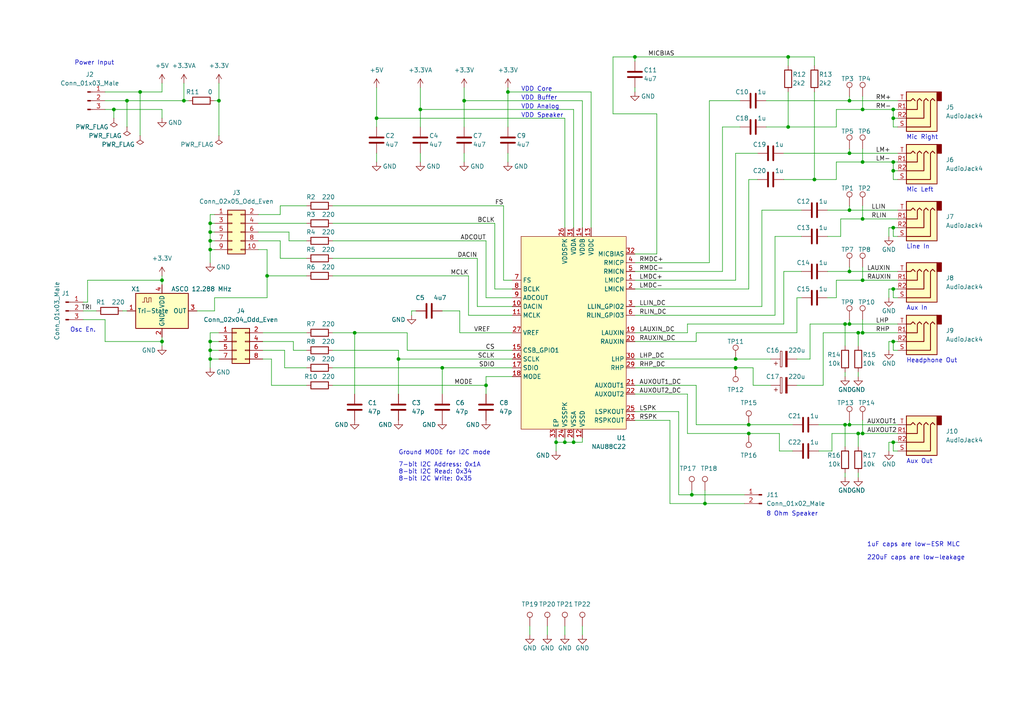
<source format=kicad_sch>
(kicad_sch (version 20211123) (generator eeschema)
  (paper "A4")
  (title_block (title "Codec Test NAU88C22 ") (date "${date}") (rev "${version}") (company "github.com/neotron-compute/codec-test-nau88c22") (comment 1 "Licensed as CC-BY-SA") (comment 2 "Copyright (c) The Neotron Developers, 2023"))
  (junction (at 250.19 31.75))
  (junction (at 77.47 80.01))
  (junction (at 213.36 106.68))
  (junction (at 246.38 78.74))
  (junction (at 250.19 63.5))
  (junction (at 245.11 123.19))
  (junction (at 259.08 46.99))
  (junction (at 60.96 101.6))
  (junction (at 246.38 29.21))
  (junction (at 250.19 46.99))
  (junction (at 245.11 93.98))
  (junction (at 60.96 64.77))
  (junction (at 128.27 106.68))
  (junction (at 204.47 146.05))
  (junction (at 36.83 29.21))
  (junction (at 102.87 96.52))
  (junction (at 259.08 83.82))
  (junction (at 246.38 44.45))
  (junction (at 246.38 123.19))
  (junction (at 213.36 104.14))
  (junction (at 248.92 96.52))
  (junction (at 46.99 99.06))
  (junction (at 246.38 93.98))
  (junction (at 140.97 111.76))
  (junction (at 246.38 60.96))
  (junction (at 121.92 31.75))
  (junction (at 60.96 72.39))
  (junction (at 250.19 96.52))
  (junction (at 109.22 34.29))
  (junction (at 53.34 29.21))
  (junction (at 259.08 66.04))
  (junction (at 184.15 16.51))
  (junction (at 147.32 26.67))
  (junction (at 259.08 34.29))
  (junction (at 163.83 128.27))
  (junction (at 60.96 69.85))
  (junction (at 40.64 26.67))
  (junction (at 200.66 143.51))
  (junction (at 60.96 67.31))
  (junction (at 60.96 99.06))
  (junction (at 248.92 125.73))
  (junction (at 60.96 104.14))
  (junction (at 259.08 128.27))
  (junction (at 63.5 29.21))
  (junction (at 161.29 128.27))
  (junction (at 259.08 49.53))
  (junction (at 33.02 31.75))
  (junction (at 166.37 128.27))
  (junction (at 134.62 29.21))
  (junction (at 217.17 123.19))
  (junction (at 236.22 52.07))
  (junction (at 259.08 99.06))
  (junction (at 228.6 36.83))
  (junction (at 250.19 125.73))
  (junction (at 250.19 81.28))
  (junction (at 259.08 31.75))
  (junction (at 217.17 125.73))
  (junction (at 228.6 16.51))
  (junction (at 46.99 81.28))
  (junction (at 115.57 104.14))
  (wire (pts (xy 74.93 72.39) (xy 77.47 72.39)))
  (wire (pts (xy 184.15 83.82) (xy 217.17 83.82)))
  (wire (pts (xy 248.92 96.52) (xy 248.92 100.33)))
  (wire (pts (xy 24.13 90.17) (xy 27.94 90.17)))
  (wire (pts (xy 246.38 60.96) (xy 260.35 60.96)))
  (wire (pts (xy 243.84 63.5) (xy 250.19 63.5)))
  (wire (pts (xy 184.15 99.06) (xy 201.93 99.06)))
  (wire (pts (xy 46.99 99.06) (xy 46.99 100.33)))
  (wire (pts (xy 177.8 16.51) (xy 184.15 16.51)))
  (wire (pts (xy 135.89 80.01) (xy 96.52 80.01)))
  (wire (pts (xy 82.55 106.68) (xy 88.9 106.68)))
  (wire (pts (xy 115.57 104.14) (xy 115.57 114.3)))
  (wire (pts (xy 248.92 138.43) (xy 248.92 137.16)))
  (wire (pts (xy 217.17 125.73) (xy 226.06 125.73)))
  (wire (pts (xy 223.52 111.76) (xy 218.44 111.76)))
  (wire (pts (xy 138.43 88.9) (xy 148.59 88.9)))
  (wire (pts (xy 184.15 73.66) (xy 190.5 73.66)))
  (wire (pts (xy 201.93 96.52) (xy 231.14 96.52)))
  (wire (pts (xy 250.19 43.18) (xy 250.19 46.99)))
  (wire (pts (xy 148.59 101.6) (xy 118.11 101.6)))
  (wire (pts (xy 242.57 81.28) (xy 250.19 81.28)))
  (wire (pts (xy 115.57 101.6) (xy 115.57 104.14)))
  (wire (pts (xy 128.27 90.17) (xy 133.35 90.17)))
  (wire (pts (xy 201.93 99.06) (xy 201.93 96.52)))
  (wire (pts (xy 46.99 81.28) (xy 46.99 82.55)))
  (wire (pts (xy 163.83 128.27) (xy 166.37 128.27)))
  (wire (pts (xy 166.37 128.27) (xy 166.37 127)))
  (wire (pts (xy 109.22 34.29) (xy 163.83 34.29)))
  (wire (pts (xy 227.33 52.07) (xy 236.22 52.07)))
  (wire (pts (xy 213.36 104.14) (xy 223.52 104.14)))
  (wire (pts (xy 246.38 29.21) (xy 260.35 29.21)))
  (wire (pts (xy 60.96 72.39) (xy 60.96 76.2)))
  (wire (pts (xy 83.82 67.31) (xy 83.82 69.85)))
  (wire (pts (xy 184.15 16.51) (xy 228.6 16.51)))
  (wire (pts (xy 248.92 125.73) (xy 248.92 129.54)))
  (wire (pts (xy 260.35 83.82) (xy 259.08 83.82)))
  (wire (pts (xy 148.59 81.28) (xy 146.05 81.28)))
  (wire (pts (xy 33.02 31.75) (xy 33.02 34.29)))
  (wire (pts (xy 248.92 96.52) (xy 250.19 96.52)))
  (wire (pts (xy 60.96 104.14) (xy 60.96 106.68)))
  (wire (pts (xy 121.92 31.75) (xy 166.37 31.75)))
  (wire (pts (xy 242.57 46.99) (xy 250.19 46.99)))
  (wire (pts (xy 259.08 83.82) (xy 259.08 86.36)))
  (wire (pts (xy 96.52 64.77) (xy 143.51 64.77)))
  (wire (pts (xy 217.17 123.19) (xy 229.87 123.19)))
  (wire (pts (xy 118.11 101.6) (xy 118.11 96.52)))
  (wire (pts (xy 226.06 130.81) (xy 229.87 130.81)))
  (wire (pts (xy 259.08 31.75) (xy 260.35 31.75)))
  (wire (pts (xy 36.83 29.21) (xy 53.34 29.21)))
  (wire (pts (xy 62.23 90.17) (xy 62.23 86.36)))
  (wire (pts (xy 74.93 69.85) (xy 81.28 69.85)))
  (wire (pts (xy 241.3 130.81) (xy 241.3 125.73)))
  (wire (pts (xy 260.35 68.58) (xy 259.08 68.58)))
  (wire (pts (xy 217.17 52.07) (xy 217.17 83.82)))
  (wire (pts (xy 201.93 111.76) (xy 201.93 123.19)))
  (wire (pts (xy 63.5 99.06) (xy 60.96 99.06)))
  (wire (pts (xy 245.11 123.19) (xy 246.38 123.19)))
  (wire (pts (xy 246.38 59.69) (xy 246.38 60.96)))
  (wire (pts (xy 231.14 86.36) (xy 232.41 86.36)))
  (wire (pts (xy 33.02 31.75) (xy 46.99 31.75)))
  (wire (pts (xy 128.27 106.68) (xy 128.27 114.3)))
  (wire (pts (xy 260.35 101.6) (xy 259.08 101.6)))
  (wire (pts (xy 231.14 104.14) (xy 234.95 104.14)))
  (wire (pts (xy 184.15 25.4) (xy 184.15 26.67)))
  (wire (pts (xy 133.35 96.52) (xy 148.59 96.52)))
  (wire (pts (xy 227.33 78.74) (xy 232.41 78.74)))
  (wire (pts (xy 62.23 29.21) (xy 63.5 29.21)))
  (wire (pts (xy 228.6 16.51) (xy 236.22 16.51)))
  (wire (pts (xy 184.15 119.38) (xy 196.85 119.38)))
  (wire (pts (xy 215.9 146.05) (xy 204.47 146.05)))
  (wire (pts (xy 60.96 69.85) (xy 62.23 69.85)))
  (wire (pts (xy 257.81 99.06) (xy 257.81 101.6)))
  (wire (pts (xy 228.6 16.51) (xy 228.6 19.05)))
  (wire (pts (xy 240.03 68.58) (xy 243.84 68.58)))
  (wire (pts (xy 259.08 128.27) (xy 257.81 128.27)))
  (wire (pts (xy 257.81 66.04) (xy 257.81 68.58)))
  (wire (pts (xy 40.64 26.67) (xy 40.64 39.37)))
  (wire (pts (xy 161.29 128.27) (xy 161.29 130.81)))
  (wire (pts (xy 184.15 114.3) (xy 199.39 114.3)))
  (wire (pts (xy 115.57 104.14) (xy 148.59 104.14)))
  (wire (pts (xy 205.74 29.21) (xy 205.74 76.2)))
  (wire (pts (xy 76.2 101.6) (xy 82.55 101.6)))
  (wire (pts (xy 184.15 76.2) (xy 205.74 76.2)))
  (wire (pts (xy 201.93 123.19) (xy 217.17 123.19)))
  (wire (pts (xy 222.25 36.83) (xy 228.6 36.83)))
  (wire (pts (xy 184.15 91.44) (xy 224.79 91.44)))
  (wire (pts (xy 96.52 101.6) (xy 115.57 101.6)))
  (wire (pts (xy 260.35 49.53) (xy 259.08 49.53)))
  (wire (pts (xy 78.74 111.76) (xy 88.9 111.76)))
  (wire (pts (xy 24.13 92.71) (xy 30.48 92.71)))
  (wire (pts (xy 128.27 106.68) (xy 148.59 106.68)))
  (wire (pts (xy 138.43 74.93) (xy 138.43 88.9)))
  (wire (pts (xy 62.23 86.36) (xy 77.47 86.36)))
  (wire (pts (xy 245.11 137.16) (xy 245.11 138.43)))
  (wire (pts (xy 30.48 99.06) (xy 46.99 99.06)))
  (wire (pts (xy 236.22 16.51) (xy 236.22 19.05)))
  (wire (pts (xy 57.15 90.17) (xy 62.23 90.17)))
  (wire (pts (xy 245.11 93.98) (xy 246.38 93.98)))
  (wire (pts (xy 134.62 29.21) (xy 168.91 29.21)))
  (wire (pts (xy 102.87 96.52) (xy 102.87 114.3)))
  (wire (pts (xy 184.15 121.92) (xy 194.31 121.92)))
  (wire (pts (xy 250.19 96.52) (xy 260.35 96.52)))
  (wire (pts (xy 228.6 26.67) (xy 228.6 36.83)))
  (wire (pts (xy 246.38 27.94) (xy 246.38 29.21)))
  (wire (pts (xy 199.39 96.52) (xy 199.39 93.98)))
  (wire (pts (xy 184.15 81.28) (xy 213.36 81.28)))
  (wire (pts (xy 25.4 81.28) (xy 25.4 87.63)))
  (wire (pts (xy 82.55 101.6) (xy 82.55 106.68)))
  (wire (pts (xy 260.35 36.83) (xy 259.08 36.83)))
  (wire (pts (xy 36.83 29.21) (xy 36.83 36.83)))
  (wire (pts (xy 60.96 101.6) (xy 60.96 104.14)))
  (wire (pts (xy 238.76 96.52) (xy 248.92 96.52)))
  (wire (pts (xy 209.55 78.74) (xy 209.55 36.83)))
  (wire (pts (xy 259.08 36.83) (xy 259.08 34.29)))
  (wire (pts (xy 246.38 92.71) (xy 246.38 93.98)))
  (wire (pts (xy 199.39 125.73) (xy 217.17 125.73)))
  (wire (pts (xy 222.25 29.21) (xy 246.38 29.21)))
  (wire (pts (xy 246.38 77.47) (xy 246.38 78.74)))
  (wire (pts (xy 224.79 68.58) (xy 224.79 91.44)))
  (wire (pts (xy 205.74 29.21) (xy 214.63 29.21)))
  (wire (pts (xy 246.38 43.18) (xy 246.38 44.45)))
  (wire (pts (xy 63.5 96.52) (xy 60.96 96.52)))
  (wire (pts (xy 25.4 87.63) (xy 24.13 87.63)))
  (wire (pts (xy 260.35 130.81) (xy 259.08 130.81)))
  (wire (pts (xy 60.96 67.31) (xy 60.96 69.85)))
  (wire (pts (xy 196.85 119.38) (xy 196.85 143.51)))
  (wire (pts (xy 60.96 99.06) (xy 60.96 101.6)))
  (wire (pts (xy 259.08 49.53) (xy 259.08 46.99)))
  (wire (pts (xy 220.98 60.96) (xy 232.41 60.96)))
  (wire (pts (xy 240.03 60.96) (xy 246.38 60.96)))
  (wire (pts (xy 96.52 74.93) (xy 138.43 74.93)))
  (wire (pts (xy 62.23 62.23) (xy 60.96 62.23)))
  (wire (pts (xy 85.09 99.06) (xy 85.09 101.6)))
  (wire (pts (xy 257.81 128.27) (xy 257.81 130.81)))
  (wire (pts (xy 163.83 34.29) (xy 163.83 66.04)))
  (wire (pts (xy 184.15 106.68) (xy 213.36 106.68)))
  (wire (pts (xy 148.59 109.22) (xy 140.97 109.22)))
  (wire (pts (xy 209.55 36.83) (xy 214.63 36.83)))
  (wire (pts (xy 250.19 125.73) (xy 260.35 125.73)))
  (wire (pts (xy 259.08 31.75) (xy 259.08 34.29)))
  (wire (pts (xy 147.32 26.67) (xy 147.32 36.83)))
  (wire (pts (xy 81.28 59.69) (xy 88.9 59.69)))
  (wire (pts (xy 250.19 59.69) (xy 250.19 63.5)))
  (wire (pts (xy 260.35 66.04) (xy 259.08 66.04)))
  (wire (pts (xy 40.64 26.67) (xy 46.99 26.67)))
  (wire (pts (xy 119.38 90.17) (xy 119.38 91.44)))
  (wire (pts (xy 248.92 109.22) (xy 248.92 107.95)))
  (wire (pts (xy 133.35 90.17) (xy 133.35 96.52)))
  (wire (pts (xy 259.08 83.82) (xy 257.81 83.82)))
  (wire (pts (xy 200.66 143.51) (xy 215.9 143.51)))
  (wire (pts (xy 241.3 125.73) (xy 248.92 125.73)))
  (wire (pts (xy 227.33 78.74) (xy 227.33 93.98)))
  (wire (pts (xy 236.22 52.07) (xy 242.57 52.07)))
  (wire (pts (xy 140.97 109.22) (xy 140.97 111.76)))
  (wire (pts (xy 60.96 64.77) (xy 62.23 64.77)))
  (wire (pts (xy 121.92 25.4) (xy 121.92 31.75)))
  (wire (pts (xy 60.96 96.52) (xy 60.96 99.06)))
  (wire (pts (xy 46.99 26.67) (xy 46.99 24.13)))
  (wire (pts (xy 246.38 123.19) (xy 260.35 123.19)))
  (wire (pts (xy 147.32 26.67) (xy 171.45 26.67)))
  (wire (pts (xy 147.32 44.45) (xy 147.32 46.99)))
  (wire (pts (xy 190.5 33.02) (xy 177.8 33.02)))
  (wire (pts (xy 146.05 59.69) (xy 96.52 59.69)))
  (wire (pts (xy 199.39 93.98) (xy 227.33 93.98)))
  (wire (pts (xy 76.2 99.06) (xy 85.09 99.06)))
  (wire (pts (xy 53.34 29.21) (xy 53.34 24.13)))
  (wire (pts (xy 121.92 31.75) (xy 121.92 36.83)))
  (wire (pts (xy 199.39 114.3) (xy 199.39 125.73)))
  (wire (pts (xy 248.92 125.73) (xy 250.19 125.73)))
  (wire (pts (xy 245.11 123.19) (xy 245.11 129.54)))
  (wire (pts (xy 240.03 86.36) (xy 242.57 86.36)))
  (wire (pts (xy 220.98 60.96) (xy 220.98 88.9)))
  (wire (pts (xy 168.91 29.21) (xy 168.91 66.04)))
  (wire (pts (xy 184.15 96.52) (xy 199.39 96.52)))
  (wire (pts (xy 194.31 121.92) (xy 194.31 146.05)))
  (wire (pts (xy 153.67 181.61) (xy 153.67 184.15)))
  (wire (pts (xy 163.83 181.61) (xy 163.83 184.15)))
  (wire (pts (xy 109.22 34.29) (xy 109.22 36.83)))
  (wire (pts (xy 118.11 96.52) (xy 102.87 96.52)))
  (wire (pts (xy 218.44 111.76) (xy 218.44 106.68)))
  (wire (pts (xy 134.62 25.4) (xy 134.62 29.21)))
  (wire (pts (xy 190.5 73.66) (xy 190.5 33.02)))
  (wire (pts (xy 184.15 104.14) (xy 213.36 104.14)))
  (wire (pts (xy 143.51 64.77) (xy 143.51 83.82)))
  (wire (pts (xy 237.49 130.81) (xy 241.3 130.81)))
  (wire (pts (xy 171.45 26.67) (xy 171.45 66.04)))
  (wire (pts (xy 243.84 68.58) (xy 243.84 63.5)))
  (wire (pts (xy 213.36 44.45) (xy 213.36 81.28)))
  (wire (pts (xy 246.38 44.45) (xy 260.35 44.45)))
  (wire (pts (xy 246.38 121.92) (xy 246.38 123.19)))
  (wire (pts (xy 88.9 74.93) (xy 81.28 74.93)))
  (wire (pts (xy 77.47 72.39) (xy 77.47 80.01)))
  (wire (pts (xy 134.62 29.21) (xy 134.62 36.83)))
  (wire (pts (xy 140.97 86.36) (xy 148.59 86.36)))
  (wire (pts (xy 60.96 69.85) (xy 60.96 72.39)))
  (wire (pts (xy 184.15 88.9) (xy 220.98 88.9)))
  (wire (pts (xy 63.5 29.21) (xy 63.5 39.37)))
  (wire (pts (xy 227.33 44.45) (xy 246.38 44.45)))
  (wire (pts (xy 196.85 143.51) (xy 200.66 143.51)))
  (wire (pts (xy 135.89 91.44) (xy 135.89 80.01)))
  (wire (pts (xy 228.6 36.83) (xy 242.57 36.83)))
  (wire (pts (xy 242.57 86.36) (xy 242.57 81.28)))
  (wire (pts (xy 46.99 80.01) (xy 46.99 81.28)))
  (wire (pts (xy 121.92 44.45) (xy 121.92 46.99)))
  (wire (pts (xy 259.08 66.04) (xy 259.08 68.58)))
  (wire (pts (xy 140.97 111.76) (xy 140.97 114.3)))
  (wire (pts (xy 259.08 128.27) (xy 259.08 130.81)))
  (wire (pts (xy 109.22 25.4) (xy 109.22 34.29)))
  (wire (pts (xy 53.34 29.21) (xy 54.61 29.21)))
  (wire (pts (xy 240.03 78.74) (xy 246.38 78.74)))
  (wire (pts (xy 259.08 49.53) (xy 259.08 52.07)))
  (wire (pts (xy 63.5 29.21) (xy 63.5 24.13)))
  (wire (pts (xy 81.28 62.23) (xy 81.28 59.69)))
  (wire (pts (xy 96.52 96.52) (xy 102.87 96.52)))
  (wire (pts (xy 246.38 78.74) (xy 260.35 78.74)))
  (wire (pts (xy 166.37 128.27) (xy 168.91 128.27)))
  (wire (pts (xy 46.99 31.75) (xy 46.99 34.29)))
  (wire (pts (xy 30.48 29.21) (xy 36.83 29.21)))
  (wire (pts (xy 242.57 36.83) (xy 242.57 31.75)))
  (wire (pts (xy 231.14 111.76) (xy 238.76 111.76)))
  (wire (pts (xy 204.47 142.24) (xy 204.47 146.05)))
  (wire (pts (xy 245.11 107.95) (xy 245.11 109.22)))
  (wire (pts (xy 120.65 90.17) (xy 119.38 90.17)))
  (wire (pts (xy 60.96 64.77) (xy 60.96 67.31)))
  (wire (pts (xy 250.19 77.47) (xy 250.19 81.28)))
  (wire (pts (xy 109.22 44.45) (xy 109.22 46.99)))
  (wire (pts (xy 250.19 27.94) (xy 250.19 31.75)))
  (wire (pts (xy 260.35 52.07) (xy 259.08 52.07)))
  (wire (pts (xy 217.17 52.07) (xy 219.71 52.07)))
  (wire (pts (xy 30.48 92.71) (xy 30.48 99.06)))
  (wire (pts (xy 168.91 181.61) (xy 168.91 184.15)))
  (wire (pts (xy 96.52 111.76) (xy 140.97 111.76)))
  (wire (pts (xy 30.48 26.67) (xy 40.64 26.67)))
  (wire (pts (xy 74.93 62.23) (xy 81.28 62.23)))
  (wire (pts (xy 60.96 72.39) (xy 62.23 72.39)))
  (wire (pts (xy 85.09 101.6) (xy 88.9 101.6)))
  (wire (pts (xy 76.2 104.14) (xy 78.74 104.14)))
  (wire (pts (xy 96.52 106.68) (xy 128.27 106.68)))
  (wire (pts (xy 226.06 125.73) (xy 226.06 130.81)))
  (wire (pts (xy 204.47 146.05) (xy 194.31 146.05)))
  (wire (pts (xy 148.59 91.44) (xy 135.89 91.44)))
  (wire (pts (xy 246.38 93.98) (xy 260.35 93.98)))
  (wire (pts (xy 234.95 104.14) (xy 234.95 93.98)))
  (wire (pts (xy 184.15 78.74) (xy 209.55 78.74)))
  (wire (pts (xy 46.99 97.79) (xy 46.99 99.06)))
  (wire (pts (xy 242.57 52.07) (xy 242.57 46.99)))
  (wire (pts (xy 184.15 16.51) (xy 184.15 17.78)))
  (wire (pts (xy 213.36 106.68) (xy 218.44 106.68)))
  (wire (pts (xy 260.35 34.29) (xy 259.08 34.29)))
  (wire (pts (xy 200.66 142.24) (xy 200.66 143.51)))
  (wire (pts (xy 147.32 25.4) (xy 147.32 26.67)))
  (wire (pts (xy 213.36 44.45) (xy 219.71 44.45)))
  (wire (pts (xy 35.56 90.17) (xy 36.83 90.17)))
  (wire (pts (xy 259.08 99.06) (xy 257.81 99.06)))
  (wire (pts (xy 250.19 92.71) (xy 250.19 96.52)))
  (wire (pts (xy 88.9 80.01) (xy 77.47 80.01)))
  (wire (pts (xy 143.51 83.82) (xy 148.59 83.82)))
  (wire (pts (xy 63.5 104.14) (xy 60.96 104.14)))
  (wire (pts (xy 96.52 69.85) (xy 140.97 69.85)))
  (wire (pts (xy 257.81 83.82) (xy 257.81 86.36)))
  (wire (pts (xy 158.75 181.61) (xy 158.75 184.15)))
  (wire (pts (xy 74.93 67.31) (xy 83.82 67.31)))
  (wire (pts (xy 224.79 68.58) (xy 232.41 68.58)))
  (wire (pts (xy 250.19 46.99) (xy 259.08 46.99)))
  (wire (pts (xy 78.74 104.14) (xy 78.74 111.76)))
  (wire (pts (xy 30.48 31.75) (xy 33.02 31.75)))
  (wire (pts (xy 88.9 69.85) (xy 83.82 69.85)))
  (wire (pts (xy 76.2 96.52) (xy 88.9 96.52)))
  (wire (pts (xy 259.08 66.04) (xy 257.81 66.04)))
  (wire (pts (xy 60.96 62.23) (xy 60.96 64.77)))
  (wire (pts (xy 46.99 81.28) (xy 25.4 81.28)))
  (wire (pts (xy 245.11 93.98) (xy 245.11 100.33)))
  (wire (pts (xy 168.91 128.27) (xy 168.91 127)))
  (wire (pts (xy 260.35 99.06) (xy 259.08 99.06)))
  (wire (pts (xy 60.96 67.31) (xy 62.23 67.31)))
  (wire (pts (xy 250.19 31.75) (xy 259.08 31.75)))
  (wire (pts (xy 259.08 46.99) (xy 260.35 46.99)))
  (wire (pts (xy 234.95 93.98) (xy 245.11 93.98)))
  (wire (pts (xy 81.28 69.85) (xy 81.28 74.93)))
  (wire (pts (xy 161.29 127) (xy 161.29 128.27)))
  (wire (pts (xy 259.08 99.06) (xy 259.08 101.6)))
  (wire (pts (xy 166.37 31.75) (xy 166.37 66.04)))
  (wire (pts (xy 237.49 123.19) (xy 245.11 123.19)))
  (wire (pts (xy 250.19 121.92) (xy 250.19 125.73)))
  (wire (pts (xy 163.83 127) (xy 163.83 128.27)))
  (wire (pts (xy 63.5 101.6) (xy 60.96 101.6)))
  (wire (pts (xy 161.29 128.27) (xy 163.83 128.27)))
  (wire (pts (xy 231.14 96.52) (xy 231.14 86.36)))
  (wire (pts (xy 146.05 81.28) (xy 146.05 59.69)))
  (wire (pts (xy 140.97 69.85) (xy 140.97 86.36)))
  (wire (pts (xy 184.15 111.76) (xy 201.93 111.76)))
  (wire (pts (xy 236.22 26.67) (xy 236.22 52.07)))
  (wire (pts (xy 134.62 44.45) (xy 134.62 46.99)))
  (wire (pts (xy 260.35 128.27) (xy 259.08 128.27)))
  (wire (pts (xy 250.19 63.5) (xy 260.35 63.5)))
  (wire (pts (xy 238.76 111.76) (xy 238.76 96.52)))
  (wire (pts (xy 250.19 81.28) (xy 260.35 81.28)))
  (wire (pts (xy 242.57 31.75) (xy 250.19 31.75)))
  (wire (pts (xy 260.35 86.36) (xy 259.08 86.36)))
  (wire (pts (xy 77.47 86.36) (xy 77.47 80.01)))
  (wire (pts (xy 177.8 33.02) (xy 177.8 16.51)))
  (wire (pts (xy 74.93 64.77) (xy 88.9 64.77)))
  (text "1uF caps are low-ESR MLC" (at 251.46 158.75 0) (effects (font (size 1.27 1.27)) (justify left bottom)))
  (text "Mic Right" (at 262.89 40.64 0) (effects (font (size 1.27 1.27)) (justify left bottom)))
  (text "Mic Left" (at 262.89 55.88 0) (effects (font (size 1.27 1.27)) (justify left bottom)))
  (text "Aux Out" (at 262.89 134.62 0) (effects (font (size 1.27 1.27)) (justify left bottom)))
  (text "7-bit I2C Address: 0x1A\n8-bit I2C Read: 0x34\n8-bit I2C Write: 0x35" (at 115.57 139.7 0) (effects (font (size 1.27 1.27)) (justify left bottom)))
  (text "VDD Analog" (at 151.13 31.75 0) (effects (font (size 1.27 1.27)) (justify left bottom)))
  (text "Headphone Out" (at 262.89 105.41 0) (effects (font (size 1.27 1.27)) (justify left bottom)))
  (text "Osc En." (at 20.32 96.52 0) (effects (font (size 1.27 1.27)) (justify left bottom)))
  (text "Aux In" (at 262.89 90.17 0) (effects (font (size 1.27 1.27)) (justify left bottom)))
  (text "VDD Buffer" (at 151.13 29.21 0) (effects (font (size 1.27 1.27)) (justify left bottom)))
  (text "220uF caps are low-leakage" (at 251.46 162.56 0) (effects (font (size 1.27 1.27)) (justify left bottom)))
  (text "Power Input" (at 21.59 19.05 0) (effects (font (size 1.27 1.27)) (justify left bottom)))
  (text "8 Ohm Speaker" (at 222.25 149.86 0) (effects (font (size 1.27 1.27)) (justify left bottom)))
  (text "VDD Speaker" (at 151.13 34.29 0) (effects (font (size 1.27 1.27)) (justify left bottom)))
  (text "Line In" (at 262.89 72.39 0) (effects (font (size 1.27 1.27)) (justify left bottom)))
  (text "VDD Core" (at 151.13 26.67 0) (effects (font (size 1.27 1.27)) (justify left bottom)))
  (text "Ground MODE for I2C mode" (at 115.57 132.08 0) (effects (font (size 1.27 1.27)) (justify left bottom)))
  (label "MCLK" (at 135.89 80.01 180))
  (label "AUXOUT1" (at 251.46 123.19 0))
  (label "LM+" (at 254 44.45 0))
  (label "BCLK" (at 143.51 64.77 180))
  (label "RHP_DC" (at 185.42 106.68 0))
  (label "RMDC-" (at 185.42 78.74 0))
  (label "AUXOUT2" (at 251.46 125.73 0))
  (label "RLIN_DC" (at 185.42 91.44 0))
  (label "RSPK" (at 185.42 121.92 0))
  (label "LAUXIN" (at 251.46 78.74 0))
  (label "RMDC+" (at 185.42 76.2 0))
  (label "LM-" (at 254 46.99 0))
  (label "LMDC-" (at 185.42 83.82 0))
  (label "SCLK" (at 143.51 104.14 180))
  (label "DACIN" (at 138.43 74.93 180))
  (label "AUXOUT2_DC" (at 185.42 114.3 0))
  (label "LHP" (at 254 93.98 0))
  (label "LLIN_DC" (at 185.42 88.9 0))
  (label "ADCOUT" (at 140.97 69.85 180))
  (label "LMDC+" (at 185.42 81.28 0))
  (label "RLIN" (at 252.73 63.5 0))
  (label "LSPK" (at 185.42 119.38 0))
  (label "LHP_DC" (at 185.42 104.14 0))
  (label "SDIO" (at 143.51 106.68 180))
  (label "RHP" (at 254 96.52 0))
  (label "CS" (at 143.51 101.6 180))
  (label "AUXOUT1_DC" (at 185.42 111.76 0))
  (label "LLIN" (at 252.73 60.96 0))
  (label "LAUXIN_DC" (at 185.42 96.52 0))
  (label "RM-" (at 254 31.75 0))
  (label "TRI" (at 26.67 90.17 180))
  (label "FS" (at 146.05 59.69 180))
  (label "MICBIAS" (at 187.96 16.51 0))
  (label "MODE" (at 137.16 111.76 180))
  (label "VREF" (at 142.24 96.52 180))
  (label "RAUXIN_DC" (at 185.42 99.06 0))
  (label "RM+" (at 254 29.21 0))
  (label "RAUXIN" (at 251.46 81.28 0))
  (symbol (lib_id "power:GND") (at 153.67 184.15 0) (unit 1)
    (property "Reference" "#PWR032" (effects hide))
    (property "Value" "GND" (at 153.67 187.96 0))
  )
  (symbol (lib_id "Device:C") (at 223.52 52.07 90) (unit 1)
    (property "Reference" "C20" (at 222.25 49.53 90) (effects (justify left)))
    (property "Value" "1u" (at 227.33 49.53 90) (effects (justify left)))
    (property "Footprint" "Capacitor_SMD:C_0805_2012Metric" (effects hide))
    (property "Part No" "CL21B105KBFNNNE" (effects hide))
    (property "LCSC Part#" "C28323" (effects hide))
    (property "Manufacturer" "Samsung" (effects hide))
  )
  (symbol (lib_id "power:GND") (at 121.92 46.99 0) (unit 1)
    (property "Reference" "#PWR015" (effects hide))
    (property "Value" "GND" (at 125.73 48.26 0))
  )
  (symbol (lib_id "Device:R") (at 92.71 106.68 90) (unit 1)
    (property "Reference" "R9" (at 90.17 104.14 90))
    (property "Value" "220" (at 95.25 104.14 90))
    (property "Footprint" "Resistor_SMD:R_0805_2012Metric" (effects hide))
    (property "Part No" "0805W8F2200T5E" (effects hide))
    (property "LCSC Part#" "C17557" (effects hide))
    (property "Manufacturer" "Uni-royal" (effects hide))
  )
  (symbol (lib_id "Device:C") (at 121.92 40.64 0) (unit 1)
    (property "Reference" "C4" (at 124.46 39.37 0) (effects (justify left)))
    (property "Value" "4u7" (at 124.46 41.91 0) (effects (justify left)))
    (property "Footprint" "Capacitor_SMD:C_0805_2012Metric" (effects hide))
    (property "Part No" "CL21A475KAQNNNE" (effects hide))
    (property "LCSC Part#" "C1779" (effects hide))
    (property "Manufacturer" "Samsung" (effects hide))
  )
  (symbol (lib_id "Connector:TestPoint") (at 217.17 123.19 0) (unit 1)
    (property "Reference" "TP15" (at 217.17 116.84 0))
    (property "Value" "TestPoint" (effects hide))
    (property "Footprint" "TestPoint:TestPoint_THTPad_2.0x2.0mm_Drill1.0mm" (effects hide))
  )
  (symbol (lib_id "Connector:Conn_01x02_Male") (at 220.98 143.51 0) (mirror y) (unit 1)
    (property "Reference" "J11" (at 222.25 143.5099 0) (effects (justify right)))
    (property "Value" "Conn_01x02_Male" (at 222.25 146.0499 0) (effects (justify right)))
    (property "Footprint" "Connector_PinHeader_2.54mm:PinHeader_1x02_P2.54mm_Vertical" (effects hide))
  )
  (symbol (lib_id "power:GND") (at 109.22 46.99 0) (unit 1)
    (property "Reference" "#PWR011" (effects hide))
    (property "Value" "GND" (at 113.03 48.26 0))
  )
  (symbol (lib_id "Device:C") (at 218.44 29.21 90) (unit 1)
    (property "Reference" "C10" (at 217.17 26.67 90) (effects (justify left)))
    (property "Value" "1u" (at 222.25 26.67 90) (effects (justify left)))
    (property "Footprint" "Capacitor_SMD:C_0805_2012Metric" (effects hide))
    (property "Part No" "CL21B105KBFNNNE" (effects hide))
    (property "LCSC Part#" "C28323" (effects hide))
    (property "Manufacturer" "Samsung" (effects hide))
  )
  (symbol (lib_id "Connector:TestPoint") (at 250.19 59.69 0) (mirror y) (unit 1)
    (property "Reference" "TP2" (at 248.92 54.61 0) (effects (justify right)))
    (property "Value" "TestPoint" (effects hide))
    (property "Footprint" "TestPoint:TestPoint_THTPad_2.0x2.0mm_Drill1.0mm" (effects hide))
  )
  (symbol (lib_id "power:GND") (at 128.27 121.92 0) (mirror y) (unit 1)
    (property "Reference" "#PWR016" (effects hide))
    (property "Value" "GND" (at 124.46 123.19 0))
  )
  (symbol (lib_id "power:+3.3V") (at 134.62 25.4 0) (unit 1)
    (property "Reference" "#PWR017" (effects hide))
    (property "Value" "+3.3V" (at 134.62 20.32 0))
  )
  (symbol (lib_id "power:GND") (at 248.92 138.43 0) (unit 1)
    (property "Reference" "#PWR031" (effects hide))
    (property "Value" "GND" (at 248.92 142.24 0))
  )
  (symbol (lib_id "Connector:TestPoint") (at 213.36 106.68 0) (mirror x) (unit 1)
    (property "Reference" "TP12" (at 213.36 113.03 0))
    (property "Value" "TestPoint" (effects hide))
    (property "Footprint" "TestPoint:TestPoint_THTPad_2.0x2.0mm_Drill1.0mm" (effects hide))
  )
  (symbol (lib_id "power:GND") (at 245.11 109.22 0) (unit 1)
    (property "Reference" "#PWR027" (effects hide))
    (property "Value" "GND" (at 245.11 113.03 0))
  )
  (symbol (lib_id "power:GND") (at 140.97 121.92 0) (mirror y) (unit 1)
    (property "Reference" "#PWR019" (effects hide))
    (property "Value" "GND" (at 137.16 123.19 0))
  )
  (symbol (lib_id "Connector:TestPoint") (at 246.38 43.18 0) (unit 1)
    (property "Reference" "TP5" (at 247.65 38.1 0) (effects (justify right)))
    (property "Value" "TestPoint" (effects hide))
    (property "Footprint" "TestPoint:TestPoint_THTPad_2.0x2.0mm_Drill1.0mm" (effects hide))
  )
  (symbol (lib_id "power:GND") (at 102.87 121.92 0) (mirror y) (unit 1)
    (property "Reference" "#PWR09" (effects hide))
    (property "Value" "GND" (at 99.06 123.19 0))
  )
  (symbol (lib_id "Device:C") (at 128.27 118.11 0) (unit 1)
    (property "Reference" "C6" (at 132.08 116.8399 0) (effects (justify left)))
    (property "Value" "47p" (at 132.08 119.3799 0) (effects (justify left)))
    (property "Footprint" "Capacitor_SMD:C_0805_2012Metric" (effects hide))
    (property "Part No" "CL21C470JBANNNC" (effects hide))
    (property "LCSC Part#" "C14857" (effects hide))
    (property "Manufacturer" "Samsung" (effects hide))
  )
  (symbol (lib_id "power:+3.3V") (at 63.5 24.13 0) (unit 1)
    (property "Reference" "#PWR08" (effects hide))
    (property "Value" "+3.3V" (at 63.5 19.05 0))
  )
  (symbol (lib_id "Device:R") (at 248.92 104.14 180) (unit 1)
    (property "Reference" "R15" (at 250.19 102.87 0) (effects (justify right)))
    (property "Value" "10k" (at 250.19 105.41 0) (effects (justify right)))
    (property "Footprint" "Resistor_SMD:R_0805_2012Metric" (effects hide))
    (property "Part No" "0805W8F1002T5E" (effects hide))
    (property "LCSC Part#" "C17414" (effects hide))
    (property "Manufacturer" "Uni-royal" (effects hide))
  )
  (symbol (lib_id "power:GND") (at 257.81 68.58 0) (unit 1)
    (property "Reference" "#PWR024" (effects hide))
    (property "Value" "GND" (at 257.81 72.39 0))
  )
  (symbol (lib_id "Connector_Generic:Conn_02x05_Odd_Even") (at 67.31 67.31 0) (unit 1)
    (property "Reference" "J3" (at 68.58 55.88 0))
    (property "Value" "Conn_02x05_Odd_Even" (at 68.58 58.42 0))
    (property "Footprint" "Connector_PinHeader_2.54mm:PinHeader_2x05_P2.54mm_Vertical" (effects hide))
  )
  (symbol (lib_id "Device:R") (at 92.71 69.85 90) (unit 1)
    (property "Reference" "R4" (at 90.17 67.31 90))
    (property "Value" "220" (at 95.25 67.31 90))
    (property "Footprint" "Resistor_SMD:R_0805_2012Metric" (effects hide))
    (property "Part No" "0805W8F2200T5E" (effects hide))
    (property "LCSC Part#" "C17557" (effects hide))
    (property "Manufacturer" "Uni-royal" (effects hide))
  )
  (symbol (lib_id "Connector:TestPoint") (at 168.91 181.61 0) (mirror y) (unit 1)
    (property "Reference" "TP22" (at 168.91 175.26 0))
    (property "Value" "TestPoint" (effects hide))
    (property "Footprint" "TestPoint:TestPoint_THTPad_2.0x2.0mm_Drill1.0mm" (effects hide))
  )
  (symbol (lib_id "Oscillator:ASCO") (at 46.99 90.17 0) (unit 1)
    (property "Reference" "X1" (at 39.37 83.82 0))
    (property "Value" "ASCO 12.288 MHz" (at 58.42 83.82 0))
    (property "Footprint" "Oscillator:Oscillator_SMD_Abracon_ASE-4Pin_3.2x2.5mm_HandSoldering" (effects hide))
    (property "Datasheet" "https://abracon.com/Oscillators/ASCO.pdf" (effects hide))
    (property "Part No" "OT2EL4C4JI-111OLP-12.288M" (effects hide))
    (property "LCSC Part#" "C5203546" (effects hide))
    (property "Manufacturer" "YXC" (effects hide))
  )
  (symbol (lib_id "Device:C") (at 134.62 40.64 0) (unit 1)
    (property "Reference" "C7" (at 137.16 39.37 0) (effects (justify left)))
    (property "Value" "4u7" (at 137.16 41.91 0) (effects (justify left)))
    (property "Footprint" "Capacitor_SMD:C_0805_2012Metric" (effects hide))
    (property "Part No" "CL21A475KAQNNNE" (effects hide))
    (property "LCSC Part#" "C1779" (effects hide))
    (property "Manufacturer" "Samsung" (effects hide))
  )
  (symbol (lib_id "Device:C_Polarized") (at 227.33 111.76 90) (unit 1)
    (property "Reference" "C17" (at 226.06 109.22 90) (effects (justify left)))
    (property "Value" "220u" (at 228.6 109.22 90) (effects (justify right)))
    (property "Footprint" "Capacitor_SMD:CP_Elec_10x10" (effects hide))
    (property "Part No" "UWT1H221MNL1GS" (effects hide))
    (property "LCSC Part#" "C125977" (effects hide))
    (property "Manufacturer" "Nichicon" (effects hide))
  )
  (symbol (lib_id "power:GND") (at 248.92 109.22 0) (unit 1)
    (property "Reference" "#PWR028" (effects hide))
    (property "Value" "GND" (at 248.92 113.03 0))
  )
  (symbol (lib_id "Device:C") (at 218.44 36.83 90) (unit 1)
    (property "Reference" "C18" (at 217.17 34.29 90) (effects (justify left)))
    (property "Value" "1u" (at 222.25 34.29 90) (effects (justify left)))
    (property "Footprint" "Capacitor_SMD:C_0805_2012Metric" (effects hide))
    (property "Part No" "CL21B105KBFNNNE" (effects hide))
    (property "LCSC Part#" "C28323" (effects hide))
    (property "Manufacturer" "Samsung" (effects hide))
  )
  (symbol (lib_id "power:+5V") (at 46.99 24.13 0) (unit 1)
    (property "Reference" "#PWR05" (effects hide))
    (property "Value" "+5V" (at 46.99 19.05 0))
  )
  (symbol (lib_id "power:PWR_FLAG") (at 36.83 36.83 180) (unit 1)
    (property "Reference" "#FLG02" (effects hide))
    (property "Value" "PWR_FLAG" (at 30.48 39.37 0))
  )
  (symbol (lib_id "Connector:TestPoint") (at 200.66 142.24 0) (unit 1)
    (property "Reference" "TP17" (at 201.93 135.89 0) (effects (justify right)))
    (property "Value" "TestPoint" (effects hide))
    (property "Footprint" "TestPoint:TestPoint_THTPad_2.0x2.0mm_Drill1.0mm" (effects hide))
  )
  (symbol (lib_id "power:GND") (at 147.32 46.99 0) (unit 1)
    (property "Reference" "#PWR021" (effects hide))
    (property "Value" "GND" (at 151.13 48.26 0))
  )
  (symbol (lib_id "Device:C") (at 236.22 60.96 90) (unit 1)
    (property "Reference" "C12" (at 234.95 58.42 90) (effects (justify left)))
    (property "Value" "1u" (at 240.03 58.42 90) (effects (justify left)))
    (property "Footprint" "Capacitor_SMD:C_0805_2012Metric" (effects hide))
    (property "Part No" "CL21B105KBFNNNE" (effects hide))
    (property "LCSC Part#" "C28323" (effects hide))
    (property "Manufacturer" "Samsung" (effects hide))
  )
  (symbol (lib_id "power:GND") (at 257.81 86.36 0) (unit 1)
    (property "Reference" "#PWR025" (effects hide))
    (property "Value" "GND" (at 257.81 90.17 0))
  )
  (symbol (lib_id "Device:R") (at 92.71 101.6 90) (unit 1)
    (property "Reference" "R8" (at 90.17 99.06 90))
    (property "Value" "220" (at 95.25 99.06 90))
    (property "Footprint" "Resistor_SMD:R_0805_2012Metric" (effects hide))
    (property "Part No" "0805W8F2200T5E" (effects hide))
    (property "LCSC Part#" "C17557" (effects hide))
    (property "Manufacturer" "Uni-royal" (effects hide))
  )
  (symbol (lib_id "Device:C") (at 115.57 118.11 0) (unit 1)
    (property "Reference" "C3" (at 119.38 116.8399 0) (effects (justify left)))
    (property "Value" "47p" (at 119.38 119.3799 0) (effects (justify left)))
    (property "Footprint" "Capacitor_SMD:C_0805_2012Metric" (effects hide))
    (property "Part No" "CL21C470JBANNNC" (effects hide))
    (property "LCSC Part#" "C14857" (effects hide))
    (property "Manufacturer" "Samsung" (effects hide))
  )
  (symbol (lib_id "power:GND") (at 184.15 26.67 0) (unit 1)
    (property "Reference" "#PWR023" (effects hide))
    (property "Value" "GND" (at 187.96 27.94 0))
  )
  (symbol (lib_id "Device:R") (at 92.71 59.69 90) (unit 1)
    (property "Reference" "R2" (at 90.17 57.15 90))
    (property "Value" "220" (at 95.25 57.15 90))
    (property "Footprint" "Resistor_SMD:R_0805_2012Metric" (effects hide))
    (property "Part No" "0805W8F2200T5E" (effects hide))
    (property "LCSC Part#" "C17557" (effects hide))
    (property "Manufacturer" "Uni-royal" (effects hide))
  )
  (symbol (lib_id "Connector:TestPoint") (at 158.75 181.61 0) (mirror y) (unit 1)
    (property "Reference" "TP20" (at 158.75 175.26 0))
    (property "Value" "TestPoint" (effects hide))
    (property "Footprint" "TestPoint:TestPoint_THTPad_2.0x2.0mm_Drill1.0mm" (effects hide))
  )
  (symbol (lib_id "Connector:TestPoint") (at 163.83 181.61 0) (mirror y) (unit 1)
    (property "Reference" "TP21" (at 163.83 175.26 0))
    (property "Value" "TestPoint" (effects hide))
    (property "Footprint" "TestPoint:TestPoint_THTPad_2.0x2.0mm_Drill1.0mm" (effects hide))
  )
  (symbol (lib_id "power:GND") (at 119.38 91.44 0) (mirror y) (unit 1)
    (property "Reference" "#PWR013" (effects hide))
    (property "Value" "GND" (at 115.57 92.71 0))
  )
  (symbol (lib_id "Device:C") (at 223.52 44.45 90) (unit 1)
    (property "Reference" "C19" (at 222.25 41.91 90) (effects (justify left)))
    (property "Value" "1u" (at 227.33 41.91 90) (effects (justify left)))
    (property "Footprint" "Capacitor_SMD:C_0805_2012Metric" (effects hide))
    (property "Part No" "CL21B105KBFNNNE" (effects hide))
    (property "LCSC Part#" "C28323" (effects hide))
    (property "Manufacturer" "Samsung" (effects hide))
  )
  (symbol (lib_id "Connector:Conn_01x03_Male") (at 19.05 90.17 0) (unit 1)
    (property "Reference" "J1" (at 19.05 85.09 0))
    (property "Value" "Conn_01x03_Male" (at 16.51 90.17 90))
    (property "Footprint" "Connector_PinHeader_2.54mm:PinHeader_1x03_P2.54mm_Vertical" (effects hide))
  )
  (symbol (lib_id "Device:R") (at 92.71 80.01 90) (unit 1)
    (property "Reference" "R6" (at 90.17 77.47 90))
    (property "Value" "220" (at 95.25 77.47 90))
    (property "Footprint" "Resistor_SMD:R_0805_2012Metric" (effects hide))
    (property "Part No" "0805W8F2200T5E" (effects hide))
    (property "LCSC Part#" "C17557" (effects hide))
    (property "Manufacturer" "Uni-royal" (effects hide))
  )
  (symbol (lib_id "power:PWR_FLAG") (at 40.64 39.37 180) (unit 1)
    (property "Reference" "#FLG03" (effects hide))
    (property "Value" "PWR_FLAG" (at 34.29 41.91 0))
  )
  (symbol (lib_id "Device:R") (at 245.11 104.14 0) (mirror x) (unit 1)
    (property "Reference" "R14" (at 243.84 102.87 0) (effects (justify right)))
    (property "Value" "10k" (at 243.84 105.41 0) (effects (justify right)))
    (property "Footprint" "Resistor_SMD:R_0805_2012Metric" (effects hide))
    (property "Part No" "0805W8F1002T5E" (effects hide))
    (property "LCSC Part#" "C17414" (effects hide))
    (property "Manufacturer" "Uni-royal" (effects hide))
  )
  (symbol (lib_id "Device:R") (at 228.6 22.86 180) (unit 1)
    (property "Reference" "R12" (at 229.87 21.59 0) (effects (justify right)))
    (property "Value" "2k2" (at 229.87 24.13 0) (effects (justify right)))
    (property "Footprint" "Resistor_SMD:R_0805_2012Metric" (effects hide))
    (property "Part No" "0805W8F2201T5E" (effects hide))
    (property "LCSC Part#" "C17520" (effects hide))
    (property "Manufacturer" "Uni-royal" (effects hide))
  )
  (symbol (lib_id "Device:R") (at 245.11 133.35 0) (mirror x) (unit 1)
    (property "Reference" "R16" (at 243.84 132.08 0) (effects (justify right)))
    (property "Value" "10k" (at 243.84 134.62 0) (effects (justify right)))
    (property "Footprint" "Resistor_SMD:R_0805_2012Metric" (effects hide))
    (property "Part No" "0805W8F1002T5E" (effects hide))
    (property "LCSC Part#" "C17414" (effects hide))
    (property "Manufacturer" "Uni-royal" (effects hide))
  )
  (symbol (lib_id "power:GND") (at 115.57 121.92 0) (mirror y) (unit 1)
    (property "Reference" "#PWR012" (effects hide))
    (property "Value" "GND" (at 111.76 123.19 0))
  )
  (symbol (lib_id "Device:R") (at 248.92 133.35 180) (unit 1)
    (property "Reference" "R17" (at 250.19 132.08 0) (effects (justify right)))
    (property "Value" "10k" (at 250.19 134.62 0) (effects (justify right)))
    (property "Footprint" "Resistor_SMD:R_0805_2012Metric" (effects hide))
    (property "Part No" "0805W8F1002T5E" (effects hide))
    (property "LCSC Part#" "C17414" (effects hide))
    (property "Manufacturer" "Uni-royal" (effects hide))
  )
  (symbol (lib_id "Device:C") (at 236.22 78.74 90) (unit 1)
    (property "Reference" "C14" (at 234.95 76.2 90) (effects (justify left)))
    (property "Value" "1u" (at 240.03 76.2 90) (effects (justify left)))
    (property "Footprint" "Capacitor_SMD:C_0805_2012Metric" (effects hide))
    (property "Part No" "CL21B105KBFNNNE" (effects hide))
    (property "LCSC Part#" "C28323" (effects hide))
    (property "Manufacturer" "Samsung" (effects hide))
  )
  (symbol (lib_id "Device:R") (at 92.71 96.52 90) (unit 1)
    (property "Reference" "R7" (at 90.17 93.98 90))
    (property "Value" "220" (at 95.25 93.98 90))
    (property "Footprint" "Resistor_SMD:R_0805_2012Metric" (effects hide))
    (property "Part No" "0805W8F2200T5E" (effects hide))
    (property "LCSC Part#" "C17557" (effects hide))
    (property "Manufacturer" "Uni-royal" (effects hide))
  )
  (symbol (lib_id "Connector:TestPoint") (at 246.38 92.71 0) (unit 1)
    (property "Reference" "TP9" (at 247.65 87.63 0) (effects (justify right)))
    (property "Value" "TestPoint" (effects hide))
    (property "Footprint" "TestPoint:TestPoint_THTPad_2.0x2.0mm_Drill1.0mm" (effects hide))
  )
  (symbol (lib_id "power:PWR_FLAG") (at 63.5 39.37 180) (unit 1)
    (property "Reference" "#FLG0101" (effects hide))
    (property "Value" "PWR_FLAG" (at 57.15 41.91 0))
  )
  (symbol (lib_id "power:GND") (at 257.81 130.81 0) (unit 1)
    (property "Reference" "#PWR029" (effects hide))
    (property "Value" "GND" (at 257.81 134.62 0))
  )
  (symbol (lib_id "Connector:TestPoint") (at 153.67 181.61 0) (mirror y) (unit 1)
    (property "Reference" "TP19" (at 153.67 175.26 0))
    (property "Value" "TestPoint" (effects hide))
    (property "Footprint" "TestPoint:TestPoint_THTPad_2.0x2.0mm_Drill1.0mm" (effects hide))
  )
  (symbol (lib_id "Connector_Generic:Conn_02x04_Odd_Even") (at 68.58 99.06 0) (unit 1)
    (property "Reference" "J4" (at 69.85 90.17 0))
    (property "Value" "Conn_02x04_Odd_Even" (at 69.85 92.71 0))
    (property "Footprint" "Connector_PinHeader_2.54mm:PinHeader_2x04_P2.54mm_Vertical" (effects hide))
  )
  (symbol (lib_id "Device:R") (at 92.71 111.76 90) (unit 1)
    (property "Reference" "R10" (at 90.17 109.22 90))
    (property "Value" "220" (at 95.25 109.22 90))
    (property "Footprint" "Resistor_SMD:R_0805_2012Metric" (effects hide))
    (property "Part No" "0805W8F2200T5E" (effects hide))
    (property "LCSC Part#" "C17557" (effects hide))
    (property "Manufacturer" "Uni-royal" (effects hide))
  )
  (symbol (lib_id "Connector:TestPoint") (at 250.19 77.47 0) (mirror y) (unit 1)
    (property "Reference" "TP8" (at 248.92 72.39 0) (effects (justify right)))
    (property "Value" "TestPoint" (effects hide))
    (property "Footprint" "TestPoint:TestPoint_THTPad_2.0x2.0mm_Drill1.0mm" (effects hide))
  )
  (symbol (lib_id "power:PWR_FLAG") (at 33.02 34.29 180) (unit 1)
    (property "Reference" "#FLG01" (effects hide))
    (property "Value" "PWR_FLAG" (at 26.67 36.83 0))
  )
  (symbol (lib_id "Connector:TestPoint") (at 250.19 92.71 0) (mirror y) (unit 1)
    (property "Reference" "TP10" (at 248.92 87.63 0) (effects (justify right)))
    (property "Value" "TestPoint" (effects hide))
    (property "Footprint" "TestPoint:TestPoint_THTPad_2.0x2.0mm_Drill1.0mm" (effects hide))
  )
  (symbol (lib_id "Device:C") (at 233.68 130.81 90) (unit 1)
    (property "Reference" "C22" (at 232.41 128.27 90) (effects (justify left)))
    (property "Value" "1u" (at 237.49 128.27 90) (effects (justify left)))
    (property "Footprint" "Capacitor_SMD:C_0805_2012Metric" (effects hide))
    (property "Part No" "CL21B105KBFNNNE" (effects hide))
    (property "LCSC Part#" "C28323" (effects hide))
    (property "Manufacturer" "Samsung" (effects hide))
  )
  (symbol (lib_id "Connector:AudioJack4") (at 265.43 99.06 180) (unit 1)
    (property "Reference" "J9" (at 274.32 95.8849 0) (effects (justify right)))
    (property "Value" "AudioJack4" (at 274.32 98.4249 0) (effects (justify right)))
    (property "Footprint" "Connector_Audio:Jack_3.5mm_PJ320D_Horizontal" (effects hide))
    (property "LCSC Part#" "C431535" (effects hide))
    (property "Manufacturer" "Shou Han" (effects hide))
    (property "Part No" "PJ-320D" (effects hide))
  )
  (symbol (lib_id "Connector:TestPoint") (at 217.17 125.73 0) (mirror x) (unit 1)
    (property "Reference" "TP16" (at 217.17 132.08 0))
    (property "Value" "TestPoint" (effects hide))
    (property "Footprint" "TestPoint:TestPoint_THTPad_2.0x2.0mm_Drill1.0mm" (effects hide))
  )
  (symbol (lib_id "Connector:TestPoint") (at 246.38 77.47 0) (unit 1)
    (property "Reference" "TP7" (at 247.65 72.39 0) (effects (justify right)))
    (property "Value" "TestPoint" (effects hide))
    (property "Footprint" "TestPoint:TestPoint_THTPad_2.0x2.0mm_Drill1.0mm" (effects hide))
  )
  (symbol (lib_id "Connector:TestPoint") (at 204.47 142.24 0) (mirror y) (unit 1)
    (property "Reference" "TP18" (at 203.2 135.89 0) (effects (justify right)))
    (property "Value" "TestPoint" (effects hide))
    (property "Footprint" "TestPoint:TestPoint_THTPad_2.0x2.0mm_Drill1.0mm" (effects hide))
  )
  (symbol (lib_id "Connector:Conn_01x03_Male") (at 25.4 29.21 0) (unit 1)
    (property "Reference" "J2" (at 26.035 21.59 0))
    (property "Value" "Conn_01x03_Male" (at 26.035 24.13 0))
    (property "Footprint" "Connector_PinHeader_2.54mm:PinHeader_1x03_P2.54mm_Vertical" (effects hide))
  )
  (symbol (lib_id "power:+5V") (at 109.22 25.4 0) (unit 1)
    (property "Reference" "#PWR010" (effects hide))
    (property "Value" "+5V" (at 109.22 20.32 0))
  )
  (symbol (lib_id "power:+3.3VA") (at 53.34 24.13 0) (unit 1)
    (property "Reference" "#PWR07" (effects hide))
    (property "Value" "+3.3VA" (at 53.34 19.05 0))
  )
  (symbol (lib_id "Connector:AudioJack4") (at 265.43 49.53 180) (unit 1)
    (property "Reference" "J6" (at 274.32 46.3549 0) (effects (justify right)))
    (property "Value" "AudioJack4" (at 274.32 48.8949 0) (effects (justify right)))
    (property "Footprint" "Connector_Audio:Jack_3.5mm_PJ320D_Horizontal" (effects hide))
    (property "LCSC Part#" "C431535" (effects hide))
    (property "Manufacturer" "Shou Han" (effects hide))
    (property "Part No" "PJ-320D" (effects hide))
  )
  (symbol (lib_id "Connector:TestPoint") (at 246.38 121.92 0) (unit 1)
    (property "Reference" "TP13" (at 247.65 116.84 0) (effects (justify right)))
    (property "Value" "TestPoint" (effects hide))
    (property "Footprint" "TestPoint:TestPoint_THTPad_2.0x2.0mm_Drill1.0mm" (effects hide))
  )
  (symbol (lib_id "power:GND") (at 245.11 138.43 0) (unit 1)
    (property "Reference" "#PWR030" (effects hide))
    (property "Value" "GND" (at 245.11 142.24 0))
  )
  (symbol (lib_id "Device:C") (at 236.22 86.36 90) (unit 1)
    (property "Reference" "C15" (at 234.95 83.82 90) (effects (justify left)))
    (property "Value" "1u" (at 240.03 83.82 90) (effects (justify left)))
    (property "Footprint" "Capacitor_SMD:C_0805_2012Metric" (effects hide))
    (property "Part No" "CL21B105KBFNNNE" (effects hide))
    (property "LCSC Part#" "C28323" (effects hide))
    (property "Manufacturer" "Samsung" (effects hide))
  )
  (symbol (lib_id "Device:C") (at 109.22 40.64 0) (unit 1)
    (property "Reference" "C2" (at 111.76 39.37 0) (effects (justify left)))
    (property "Value" "4u7" (at 111.76 41.91 0) (effects (justify left)))
    (property "Footprint" "Capacitor_SMD:C_0805_2012Metric" (effects hide))
    (property "Part No" "CL21A475KAQNNNE" (effects hide))
    (property "LCSC Part#" "C1779" (effects hide))
    (property "Manufacturer" "Samsung" (effects hide))
  )
  (symbol (lib_id "power:GND") (at 46.99 100.33 0) (mirror y) (unit 1)
    (property "Reference" "#PWR02" (effects hide))
    (property "Value" "GND" (at 43.18 101.6 0))
  )
  (symbol (lib_id "power:GND") (at 168.91 184.15 0) (unit 1)
    (property "Reference" "#PWR035" (effects hide))
    (property "Value" "GND" (at 168.91 187.96 0))
  )
  (symbol (lib_id "Device:C") (at 147.32 40.64 0) (unit 1)
    (property "Reference" "C9" (at 149.86 39.37 0) (effects (justify left)))
    (property "Value" "4u7" (at 149.86 41.91 0) (effects (justify left)))
    (property "Footprint" "Capacitor_SMD:C_0805_2012Metric" (effects hide))
    (property "Part No" "CL21A475KAQNNNE" (effects hide))
    (property "LCSC Part#" "C1779" (effects hide))
    (property "Manufacturer" "Samsung" (effects hide))
  )
  (symbol (lib_id "power:GND") (at 163.83 184.15 0) (unit 1)
    (property "Reference" "#PWR034" (effects hide))
    (property "Value" "GND" (at 163.83 187.96 0))
  )
  (symbol (lib_id "Device:C") (at 140.97 118.11 0) (unit 1)
    (property "Reference" "C8" (at 144.78 116.8399 0) (effects (justify left)))
    (property "Value" "47p" (at 144.78 119.3799 0) (effects (justify left)))
    (property "Footprint" "Capacitor_SMD:C_0805_2012Metric" (effects hide))
    (property "Part No" "CL21C470JBANNNC" (effects hide))
    (property "LCSC Part#" "C14857" (effects hide))
    (property "Manufacturer" "Samsung" (effects hide))
  )
  (symbol (lib_id "Connector:AudioJack4") (at 265.43 34.29 180) (unit 1)
    (property "Reference" "J5" (at 274.32 31.1149 0) (effects (justify right)))
    (property "Value" "AudioJack4" (at 274.32 33.6549 0) (effects (justify right)))
    (property "Footprint" "Connector_Audio:Jack_3.5mm_PJ320D_Horizontal" (effects hide))
    (property "LCSC Part#" "C431535" (effects hide))
    (property "Manufacturer" "Shou Han" (effects hide))
    (property "Part No" "PJ-320D" (effects hide))
  )
  (symbol (lib_id "power:GND") (at 60.96 106.68 0) (unit 1)
    (property "Reference" "#PWR04" (effects hide))
    (property "Value" "GND" (at 64.77 107.95 0))
  )
  (symbol (lib_id "Device:C") (at 124.46 90.17 270) (mirror x) (unit 1)
    (property "Reference" "C5" (at 123.19 86.36 90) (effects (justify right)))
    (property "Value" "4u7" (at 125.73 86.36 90) (effects (justify left)))
    (property "Footprint" "Capacitor_SMD:C_0805_2012Metric" (effects hide))
    (property "Part No" "CL21A475KAQNNNE" (effects hide))
    (property "LCSC Part#" "C1779" (effects hide))
    (property "Manufacturer" "Samsung" (effects hide))
  )
  (symbol (lib_id "power:+3.3V") (at 46.99 80.01 0) (unit 1)
    (property "Reference" "#PWR01" (effects hide))
    (property "Value" "+3.3V" (at 46.99 74.93 0))
  )
  (symbol (lib_id "Connector:AudioJack4") (at 265.43 128.27 180) (unit 1)
    (property "Reference" "J10" (at 274.32 125.0949 0) (effects (justify right)))
    (property "Value" "AudioJack4" (at 274.32 127.6349 0) (effects (justify right)))
    (property "Footprint" "Connector_Audio:Jack_3.5mm_PJ320D_Horizontal" (effects hide))
    (property "LCSC Part#" "C431535" (effects hide))
    (property "Manufacturer" "Shou Han" (effects hide))
    (property "Part No" "PJ-320D" (effects hide))
  )
  (symbol (lib_id "power:GND") (at 134.62 46.99 0) (unit 1)
    (property "Reference" "#PWR018" (effects hide))
    (property "Value" "GND" (at 138.43 48.26 0))
  )
  (symbol (lib_id "power:GND") (at 60.96 76.2 0) (unit 1)
    (property "Reference" "#PWR03" (effects hide))
    (property "Value" "GND" (at 64.77 77.47 0))
  )
  (symbol (lib_id "Device:C") (at 233.68 123.19 90) (unit 1)
    (property "Reference" "C21" (at 232.41 120.65 90) (effects (justify left)))
    (property "Value" "1u" (at 237.49 120.65 90) (effects (justify left)))
    (property "Footprint" "Capacitor_SMD:C_0805_2012Metric" (effects hide))
    (property "Part No" "CL21B105KBFNNNE" (effects hide))
    (property "LCSC Part#" "C28323" (effects hide))
    (property "Manufacturer" "Samsung" (effects hide))
  )
  (symbol (lib_id "power:GND") (at 257.81 101.6 0) (unit 1)
    (property "Reference" "#PWR026" (effects hide))
    (property "Value" "GND" (at 257.81 105.41 0))
  )
  (symbol (lib_id "Device:R") (at 236.22 22.86 180) (unit 1)
    (property "Reference" "R13" (at 237.49 21.59 0) (effects (justify right)))
    (property "Value" "2k2" (at 237.49 24.13 0) (effects (justify right)))
    (property "Footprint" "Resistor_SMD:R_0805_2012Metric" (effects hide))
    (property "Part No" "0805W8F2201T5E" (effects hide))
    (property "LCSC Part#" "C17520" (effects hide))
    (property "Manufacturer" "Uni-royal" (effects hide))
  )
  (symbol (lib_id "Connector:TestPoint") (at 246.38 59.69 0) (unit 1)
    (property "Reference" "TP1" (at 247.65 54.61 0) (effects (justify right)))
    (property "Value" "TestPoint" (effects hide))
    (property "Footprint" "TestPoint:TestPoint_THTPad_2.0x2.0mm_Drill1.0mm" (effects hide))
  )
  (symbol (lib_id "Device:R") (at 31.75 90.17 90) (unit 1)
    (property "Reference" "R1" (at 29.21 87.63 90))
    (property "Value" "220" (at 34.29 87.63 90))
    (property "Footprint" "Resistor_SMD:R_0805_2012Metric" (effects hide))
    (property "Part No" "0805W8F2200T5E" (effects hide))
    (property "LCSC Part#" "C17557" (effects hide))
    (property "Manufacturer" "Uni-royal" (effects hide))
  )
  (symbol (lib_id "power:GND") (at 161.29 130.81 0) (mirror y) (unit 1)
    (property "Reference" "#PWR022" (effects hide))
    (property "Value" "GND" (at 157.48 132.08 0))
  )
  (symbol (lib_id "Device:R") (at 58.42 29.21 90) (unit 1)
    (property "Reference" "R11" (at 55.88 26.67 90))
    (property "Value" "0" (at 60.96 26.67 90))
    (property "Footprint" "Resistor_SMD:R_0805_2012Metric" (effects hide))
    (property "Part No" "0805W8F0000T5E" (effects hide))
    (property "LCSC Part#" "C17477" (effects hide))
    (property "Manufacturer" "Uni-royal" (effects hide))
  )
  (symbol (lib_id "power:+3.3V") (at 147.32 25.4 0) (unit 1)
    (property "Reference" "#PWR020" (effects hide))
    (property "Value" "+3.3V" (at 147.32 20.32 0))
  )
  (symbol (lib_id "Connector:TestPoint") (at 213.36 104.14 0) (unit 1)
    (property "Reference" "TP11" (at 213.36 99.06 0))
    (property "Value" "TestPoint" (effects hide))
    (property "Footprint" "TestPoint:TestPoint_THTPad_2.0x2.0mm_Drill1.0mm" (effects hide))
  )
  (symbol (lib_id "Device:R") (at 92.71 64.77 90) (unit 1)
    (property "Reference" "R3" (at 90.17 62.23 90))
    (property "Value" "220" (at 95.25 62.23 90))
    (property "Footprint" "Resistor_SMD:R_0805_2012Metric" (effects hide))
    (property "Part No" "0805W8F2200T5E" (effects hide))
    (property "LCSC Part#" "C17557" (effects hide))
    (property "Manufacturer" "Uni-royal" (effects hide))
  )
  (symbol (lib_id "power:+3.3VA") (at 121.92 25.4 0) (unit 1)
    (property "Reference" "#PWR014" (effects hide))
    (property "Value" "+3.3VA" (at 121.92 20.32 0))
  )
  (symbol (lib_id "Connector:TestPoint") (at 250.19 43.18 0) (unit 1)
    (property "Reference" "TP6" (at 248.92 38.1 0) (effects (justify left)))
    (property "Value" "TestPoint" (effects hide))
    (property "Footprint" "TestPoint:TestPoint_THTPad_2.0x2.0mm_Drill1.0mm" (effects hide))
  )
  (symbol (lib_id "Device:C") (at 184.15 21.59 0) (unit 1)
    (property "Reference" "C11" (at 186.69 20.32 0) (effects (justify left)))
    (property "Value" "4u7" (at 186.69 22.86 0) (effects (justify left)))
    (property "Footprint" "Capacitor_SMD:C_0805_2012Metric" (effects hide))
    (property "Part No" "CL21A475KAQNNNE" (effects hide))
    (property "LCSC Part#" "C1779" (effects hide))
    (property "Manufacturer" "Samsung" (effects hide))
  )
  (symbol (lib_id "Device:C_Polarized") (at 227.33 104.14 90) (unit 1)
    (property "Reference" "C16" (at 226.06 101.6 90) (effects (justify left)))
    (property "Value" "220u" (at 228.6 101.6 90) (effects (justify right)))
    (property "Footprint" "Capacitor_SMD:CP_Elec_10x10" (effects hide))
    (property "Part No" "UWT1H221MNL1GS" (effects hide))
    (property "LCSC Part#" "C125977" (effects hide))
    (property "Manufacturer" "Nichicon" (effects hide))
  )
  (symbol (lib_id "Connector:AudioJack4") (at 265.43 83.82 180) (unit 1)
    (property "Reference" "J8" (at 274.32 80.6449 0) (effects (justify right)))
    (property "Value" "AudioJack4" (at 274.32 83.1849 0) (effects (justify right)))
    (property "Footprint" "Connector_Audio:Jack_3.5mm_PJ320D_Horizontal" (effects hide))
    (property "LCSC Part#" "C431535" (effects hide))
    (property "Manufacturer" "Shou Han" (effects hide))
    (property "Part No" "PJ-320D" (effects hide))
  )
  (symbol (lib_id "Device:C") (at 102.87 118.11 0) (unit 1)
    (property "Reference" "C1" (at 106.68 116.8399 0) (effects (justify left)))
    (property "Value" "47p" (at 106.68 119.3799 0) (effects (justify left)))
    (property "Footprint" "Capacitor_SMD:C_0805_2012Metric" (effects hide))
    (property "Part No" "CL21C470JBANNNC" (effects hide))
    (property "LCSC Part#" "C14857" (effects hide))
    (property "Manufacturer" "Samsung" (effects hide))
  )
  (symbol (lib_id "Connector:TestPoint") (at 246.38 27.94 0) (unit 1)
    (property "Reference" "TP3" (at 247.65 22.86 0) (effects (justify right)))
    (property "Value" "TestPoint" (effects hide))
    (property "Footprint" "TestPoint:TestPoint_THTPad_2.0x2.0mm_Drill1.0mm" (effects hide))
  )
  (symbol (lib_id "Connector:AudioJack4") (at 265.43 66.04 180) (unit 1)
    (property "Reference" "J7" (at 274.32 62.8649 0) (effects (justify right)))
    (property "Value" "AudioJack4" (at 274.32 65.4049 0) (effects (justify right)))
    (property "Footprint" "Connector_Audio:Jack_3.5mm_PJ320D_Horizontal" (effects hide))
    (property "LCSC Part#" "C431535" (effects hide))
    (property "Manufacturer" "Shou Han" (effects hide))
    (property "Part No" "PJ-320D" (effects hide))
  )
  (symbol (lib_id "Connector:TestPoint") (at 250.19 27.94 0) (unit 1)
    (property "Reference" "TP4" (at 248.92 22.86 0) (effects (justify left)))
    (property "Value" "TestPoint" (effects hide))
    (property "Footprint" "TestPoint:TestPoint_THTPad_2.0x2.0mm_Drill1.0mm" (effects hide))
  )
  (symbol (lib_id "power:GND") (at 158.75 184.15 0) (unit 1)
    (property "Reference" "#PWR033" (effects hide))
    (property "Value" "GND" (at 158.75 187.96 0))
  )
  (symbol (lib_id "Device:C") (at 236.22 68.58 90) (unit 1)
    (property "Reference" "C13" (at 234.95 66.04 90) (effects (justify left)))
    (property "Value" "1u" (at 240.03 66.04 90) (effects (justify left)))
    (property "Footprint" "Capacitor_SMD:C_0805_2012Metric" (effects hide))
    (property "Part No" "CL21B105KBFNNNE" (effects hide))
    (property "LCSC Part#" "C28323" (effects hide))
    (property "Manufacturer" "Samsung" (effects hide))
  )
  (symbol (lib_id "Connector:TestPoint") (at 250.19 121.92 0) (mirror y) (unit 1)
    (property "Reference" "TP14" (at 248.92 116.84 0) (effects (justify right)))
    (property "Value" "TestPoint" (effects hide))
    (property "Footprint" "TestPoint:TestPoint_THTPad_2.0x2.0mm_Drill1.0mm" (effects hide))
  )
  (symbol (lib_id "codec-test-nau88c22:NAU88C22") (at 166.37 96.52 0) (unit 1)
    (property "Reference" "U1" (at 181.61 127 0) (effects (justify right)))
    (property "Value" "NAU88C22" (at 181.61 129.54 0) (effects (justify right)))
    (property "Footprint" "Package_DFN_QFN:VQFN-32-1EP_5x5mm_P0.5mm_EP3.5x3.5mm" (effects hide))
    (property "Datasheet" "https://www.nuvoton.com/export/resource-files/en-us--DS_NAU88C22_DataSheet_EN_Rev1.8.pdf" (effects hide))
    (property "Part No" "NAU88C22YG" (effects hide))
    (property "LCSC Part#" "C914209" (effects hide))
    (property "Manufacturer" "Nuvoton" (effects hide))
  )
  (symbol (lib_id "power:GND") (at 46.99 34.29 0) (unit 1)
    (property "Reference" "#PWR06" (effects hide))
    (property "Value" "GND" (at 50.8 35.56 0))
  )
  (symbol (lib_id "Device:R") (at 92.71 74.93 90) (unit 1)
    (property "Reference" "R5" (at 90.17 72.39 90))
    (property "Value" "220" (at 95.25 72.39 90))
    (property "Footprint" "Resistor_SMD:R_0805_2012Metric" (effects hide))
    (property "Part No" "0805W8F2200T5E" (effects hide))
    (property "LCSC Part#" "C17557" (effects hide))
    (property "Manufacturer" "Uni-royal" (effects hide))
  )
)
</source>
